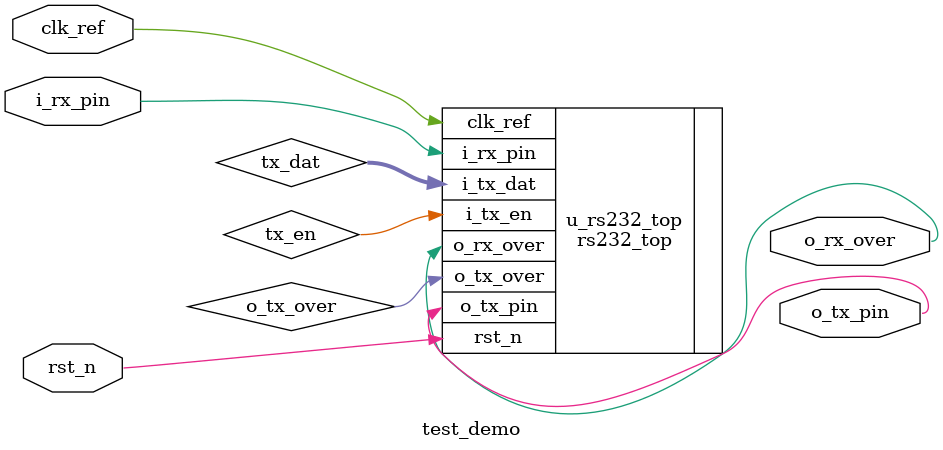
<source format=v>
`timescale 1ns / 1ps


module test_demo(
//tx
   input                   clk_ref          ,
   output                  o_tx_pin         ,
   input                   rst_n            ,
   input                   i_rx_pin         ,  
   output                  o_rx_over  
);
reg   [7:0]  tx_dat;
reg          tx_en;
rs232_top u_rs232_top(
        .clk_ref          (clk_ref  ),
        .i_tx_dat         (tx_dat   ),
        .o_tx_pin         (o_tx_pin ),
        .rst_n            (rst_n    ),
        .i_tx_en          (tx_en    ),
        .o_tx_over        (o_tx_over),//
        .o_rx_over        (o_rx_over),//
        .i_rx_pin         (i_rx_pin )
);

//reg      [ 3:0]     cnt;
//wire                add_cnt;
//wire                end_cnt;
//always @(posedge clk or negedge rst_n)begin
//        if(!rst_n)begin
//            cnt <= 'd0;
//    end
//    else if(add_cnt)begin
//        if(end_cnt)
//            cnt <= 'd0;
//    else
//            cnt <= cnt + 1'b1;
//end
//end
//
//assign add_cnt = 1'b1;       
//assign end_cnt = add_cnt && cnt == 2000 - 1;
//
//always@(posedge clk_ref or negedge rst_n)begin
//       if(!rst_n)begin
//            tx_dat <= 'd0;
//            tx_en  <= 1'b0;
//       end
//       else begin
//            if(end_cnt == 1'b1)begin              
//                tx_dat <= tx_dat + 1'b1;
//                tx_en  <= 1'b1;
//            end
//            else begin
//                tx_dat <= tx_dat;
//                tx_en  <= 1'b0;
//            end               
//       end
//end
//
endmodule

</source>
